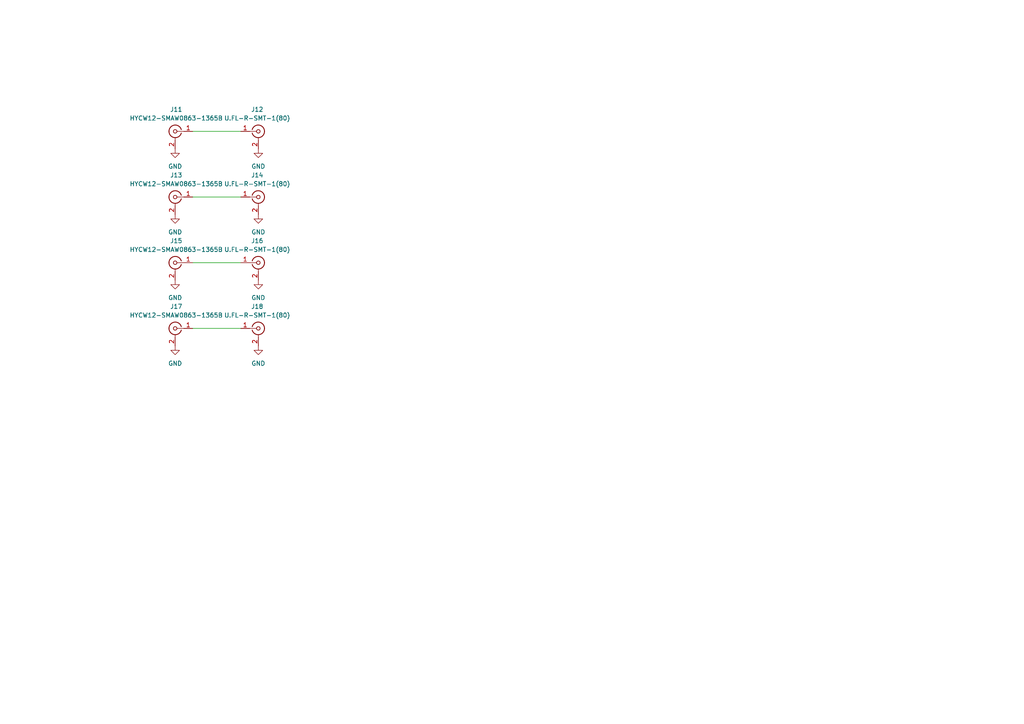
<source format=kicad_sch>
(kicad_sch (version 20250114) (generator "eeschema") (generator_version "9.0")
  (paper "A4")
  (lib_symbols
    (symbol "Connector:Conn_Coaxial" (pin_names (offset 1.016) (hide yes))
      (property "Reference" "J" (at 0.254 3.048 0))
      (property "Value" "Conn_Coaxial" (at 2.921 0 90))
      (symbol "Conn_Coaxial_0_1"
        (polyline (pts (xy -2.54 0) (xy -0.508 0)))
        (arc (start 1.778 0) (mid 0.222 -1.8079) (end -1.778 -0.508) (stroke (width 0.254)))
        (arc (start -1.778 0.508) (mid 0.2221 1.8084) (end 1.778 0) (stroke (width 0.254)))
        (circle (center 0 0) (radius 0.508) (stroke (width 0.2032)))
        (polyline (pts (xy 0 -2.54) (xy 0 -1.778)))
      )
      (symbol "Conn_Coaxial_1_1"
        (pin passive line (at -5.08 0 0) (length 2.54) (name "In") (number "1"))
        (pin passive line (at 0 -5.08 90) (length 2.54) (name "Ext") (number "2"))
      )
    )
    (symbol "power:GND" (power) (pin_names (offset 0))
      (property "Value" "GND" (at 0 -3.81 0))
      (symbol "GND_0_1"
        (polyline (pts (xy 0 0) (xy 0 -1.27) (xy 1.27 -1.27) (xy 0 -2.54) (xy -1.27 -1.27) (xy 0 -1.27)))
      )
      (symbol "GND_1_1"
        (pin power_in line (at 0 0 270) (length 0) (hide yes) (name "GND") (number "1"))
      )
    )
  )
  (wire (pts (xy 55.88 95.25) (xy 69.85 95.25)))
  (wire (pts (xy 55.88 57.15) (xy 69.85 57.15)))
  (wire (pts (xy 55.88 76.2) (xy 69.85 76.2)))
  (wire (pts (xy 55.88 38.1) (xy 69.85 38.1)))
  (symbol (lib_id "Connector:Conn_Coaxial") (at 50.8 57.15 0) (mirror y) (unit 1)
    (property "Reference" "J13" (at 51.1174 50.8 0))
    (property "Value" "HYCW12-SMAW0863-1365B" (at 51.1174 53.34 0))
    (property "Footprint" "foot-ppa-passive:sma-edge" (effects (hide yes)))
    (property "Description" "coaxial connector (BNC, SMA, SMB, SMC, Cinch/RCA, LEMO, ...)" (effects (hide yes)))
    (property "JLCPCB Part #" "C5301850" (effects (hide yes)))
  )
  (symbol (lib_id "Connector:Conn_Coaxial") (at 50.8 38.1 0) (mirror y) (unit 1)
    (property "Reference" "J11" (at 51.1174 31.75 0))
    (property "Value" "HYCW12-SMAW0863-1365B" (at 51.1174 34.29 0))
    (property "Footprint" "foot-ppa-passive:sma-edge" (effects (hide yes)))
    (property "Description" "coaxial connector (BNC, SMA, SMB, SMC, Cinch/RCA, LEMO, ...)" (effects (hide yes)))
    (property "JLCPCB Part #" "C5301850" (effects (hide yes)))
  )
  (symbol (lib_id "Connector:Conn_Coaxial") (at 74.93 57.15 0) (unit 1)
    (property "Reference" "J14" (at 74.6126 50.8 0))
    (property "Value" "U.FL-R-SMT-1(80)" (at 74.6126 53.34 0))
    (property "Footprint" "Connector_Coaxial:U.FL_Molex_MCRF_73412-0110_Vertical" (effects (hide yes)))
    (property "Description" "coaxial connector (BNC, SMA, SMB, SMC, Cinch/RCA, LEMO, ...)" (effects (hide yes)))
    (property "JLCPCB Part #" "C88374" (effects (hide yes)))
  )
  (symbol (lib_id "power:GND") (at 50.8 81.28 0) (unit 1)
    (property "Reference" "#PWR0232" (effects (hide yes)))
    (property "Value" "GND" (at 50.8 86.36 0))
    (property "Description" "Power symbol creates a global label with name \"GND\" , ground" (effects (hide yes)))
  )
  (symbol (lib_id "power:GND") (at 50.8 43.18 0) (unit 1)
    (property "Reference" "#PWR0205" (effects (hide yes)))
    (property "Value" "GND" (at 50.8 48.26 0))
    (property "Description" "Power symbol creates a global label with name \"GND\" , ground" (effects (hide yes)))
  )
  (symbol (lib_id "power:GND") (at 74.93 43.18 0) (unit 1)
    (property "Reference" "#PWR0229" (effects (hide yes)))
    (property "Value" "GND" (at 74.93 48.26 0))
    (property "Description" "Power symbol creates a global label with name \"GND\" , ground" (effects (hide yes)))
  )
  (symbol (lib_id "Connector:Conn_Coaxial") (at 74.93 95.25 0) (unit 1)
    (property "Reference" "J18" (at 74.6126 88.9 0))
    (property "Value" "U.FL-R-SMT-1(80)" (at 74.6126 91.44 0))
    (property "Footprint" "Connector_Coaxial:U.FL_Molex_MCRF_73412-0110_Vertical" (effects (hide yes)))
    (property "Description" "coaxial connector (BNC, SMA, SMB, SMC, Cinch/RCA, LEMO, ...)" (effects (hide yes)))
    (property "JLCPCB Part #" "C88374" (effects (hide yes)))
  )
  (symbol (lib_id "power:GND") (at 50.8 62.23 0) (unit 1)
    (property "Reference" "#PWR0230" (effects (hide yes)))
    (property "Value" "GND" (at 50.8 67.31 0))
    (property "Description" "Power symbol creates a global label with name \"GND\" , ground" (effects (hide yes)))
  )
  (symbol (lib_id "power:GND") (at 74.93 100.33 0) (unit 1)
    (property "Reference" "#PWR0235" (effects (hide yes)))
    (property "Value" "GND" (at 74.93 105.41 0))
    (property "Description" "Power symbol creates a global label with name \"GND\" , ground" (effects (hide yes)))
  )
  (symbol (lib_id "power:GND") (at 74.93 81.28 0) (unit 1)
    (property "Reference" "#PWR0233" (effects (hide yes)))
    (property "Value" "GND" (at 74.93 86.36 0))
    (property "Description" "Power symbol creates a global label with name \"GND\" , ground" (effects (hide yes)))
  )
  (symbol (lib_id "Connector:Conn_Coaxial") (at 74.93 76.2 0) (unit 1)
    (property "Reference" "J16" (at 74.6126 69.85 0))
    (property "Value" "U.FL-R-SMT-1(80)" (at 74.6126 72.39 0))
    (property "Footprint" "Connector_Coaxial:U.FL_Molex_MCRF_73412-0110_Vertical" (effects (hide yes)))
    (property "Description" "coaxial connector (BNC, SMA, SMB, SMC, Cinch/RCA, LEMO, ...)" (effects (hide yes)))
    (property "JLCPCB Part #" "C88374" (effects (hide yes)))
  )
  (symbol (lib_id "power:GND") (at 74.93 62.23 0) (unit 1)
    (property "Reference" "#PWR0231" (effects (hide yes)))
    (property "Value" "GND" (at 74.93 67.31 0))
    (property "Description" "Power symbol creates a global label with name \"GND\" , ground" (effects (hide yes)))
  )
  (symbol (lib_id "Connector:Conn_Coaxial") (at 74.93 38.1 0) (unit 1)
    (property "Reference" "J12" (at 74.6126 31.75 0))
    (property "Value" "U.FL-R-SMT-1(80)" (at 74.6126 34.29 0))
    (property "Footprint" "Connector_Coaxial:U.FL_Molex_MCRF_73412-0110_Vertical" (effects (hide yes)))
    (property "Description" "coaxial connector (BNC, SMA, SMB, SMC, Cinch/RCA, LEMO, ...)" (effects (hide yes)))
    (property "JLCPCB Part #" "C88374" (effects (hide yes)))
  )
  (symbol (lib_id "Connector:Conn_Coaxial") (at 50.8 95.25 0) (mirror y) (unit 1)
    (property "Reference" "J17" (at 51.1174 88.9 0))
    (property "Value" "HYCW12-SMAW0863-1365B" (at 51.1174 91.44 0))
    (property "Footprint" "foot-ppa-passive:sma-edge" (effects (hide yes)))
    (property "Description" "coaxial connector (BNC, SMA, SMB, SMC, Cinch/RCA, LEMO, ...)" (effects (hide yes)))
    (property "JLCPCB Part #" "C5301850" (effects (hide yes)))
  )
  (symbol (lib_id "Connector:Conn_Coaxial") (at 50.8 76.2 0) (mirror y) (unit 1)
    (property "Reference" "J15" (at 51.1174 69.85 0))
    (property "Value" "HYCW12-SMAW0863-1365B" (at 51.1174 72.39 0))
    (property "Footprint" "foot-ppa-passive:sma-edge" (effects (hide yes)))
    (property "Description" "coaxial connector (BNC, SMA, SMB, SMC, Cinch/RCA, LEMO, ...)" (effects (hide yes)))
    (property "JLCPCB Part #" "C5301850" (effects (hide yes)))
  )
  (symbol (lib_id "power:GND") (at 50.8 100.33 0) (unit 1)
    (property "Reference" "#PWR0234" (effects (hide yes)))
    (property "Value" "GND" (at 50.8 105.41 0))
    (property "Description" "Power symbol creates a global label with name \"GND\" , ground" (effects (hide yes)))
  )
)
</source>
